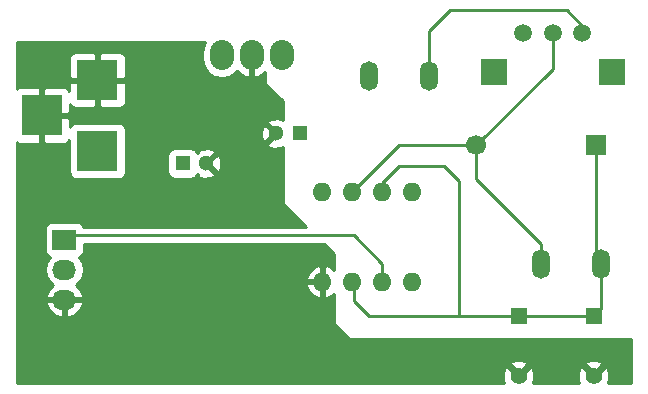
<source format=gbl>
G04 #@! TF.FileFunction,Copper,L2,Bot,Signal*
%FSLAX46Y46*%
G04 Gerber Fmt 4.6, Leading zero omitted, Abs format (unit mm)*
G04 Created by KiCad (PCBNEW 4.0.1-2.fc23-product) date Thu 03 Mar 2016 02:56:58 PM EST*
%MOMM*%
G01*
G04 APERTURE LIST*
%ADD10C,0.100000*%
%ADD11O,1.600000X1.600000*%
%ADD12R,3.500120X3.500120*%
%ADD13C,1.699260*%
%ADD14R,1.699260X1.699260*%
%ADD15R,2.032000X1.727200*%
%ADD16O,2.032000X1.727200*%
%ADD17C,1.500000*%
%ADD18R,2.200000X2.200000*%
%ADD19O,1.501140X2.499360*%
%ADD20R,1.400000X1.400000*%
%ADD21C,1.400000*%
%ADD22R,1.300000X1.300000*%
%ADD23C,1.300000*%
%ADD24O,2.032000X2.540000*%
%ADD25C,0.250000*%
%ADD26C,0.254000*%
G04 APERTURE END LIST*
D10*
D11*
X154851100Y-112623600D03*
X157391100Y-112623600D03*
X159931100Y-112623600D03*
X162471100Y-112623600D03*
X162471100Y-105003600D03*
X159931100Y-105003600D03*
X157391100Y-105003600D03*
X154851100Y-105003600D03*
D12*
X135801100Y-101551740D03*
X135801100Y-95552260D03*
X131102100Y-98552000D03*
D13*
X167868080Y-101056440D03*
D14*
X178028080Y-101056440D03*
D15*
X133007100Y-109067600D03*
D16*
X133007100Y-111607600D03*
X133007100Y-114147600D03*
D17*
X176832900Y-91594400D03*
X174332900Y-91594400D03*
X171832900Y-91594400D03*
D18*
X169332900Y-94894400D03*
X179332900Y-94894400D03*
D19*
X158750000Y-95250000D03*
X163830000Y-95250000D03*
X173355000Y-111125000D03*
X178435000Y-111125000D03*
D20*
X171450000Y-115570000D03*
D21*
X171450000Y-120570000D03*
D20*
X177800000Y-115570000D03*
D21*
X177800000Y-120570000D03*
D22*
X143002000Y-102616000D03*
D23*
X145002000Y-102616000D03*
D22*
X152908000Y-100076000D03*
D23*
X150908000Y-100076000D03*
D24*
X148844000Y-93472000D03*
X151384000Y-93472000D03*
X146304000Y-93472000D03*
D25*
X159931100Y-105003600D02*
X159931100Y-104228900D01*
X159931100Y-104228900D02*
X161290000Y-102870000D01*
X161290000Y-102870000D02*
X165100000Y-102870000D01*
X165100000Y-102870000D02*
X166370000Y-104140000D01*
X166370000Y-104140000D02*
X166370000Y-115570000D01*
X171450000Y-115570000D02*
X166370000Y-115570000D01*
X166370000Y-115570000D02*
X158750000Y-115570000D01*
X157480000Y-114300000D02*
X157480000Y-112712500D01*
X158750000Y-115570000D02*
X157480000Y-114300000D01*
X157480000Y-112712500D02*
X157391100Y-112623600D01*
X177800000Y-115570000D02*
X171450000Y-115570000D01*
X178435000Y-111125000D02*
X178435000Y-114935000D01*
X178435000Y-114935000D02*
X177800000Y-115570000D01*
X178028080Y-101056440D02*
X178028080Y-110718080D01*
X178028080Y-110718080D02*
X178435000Y-111125000D01*
X171410000Y-120650000D02*
X171450000Y-120610000D01*
X136001760Y-95351600D02*
X136001760Y-97050860D01*
X154851100Y-112623600D02*
X154533600Y-112623600D01*
X155346400Y-105003600D02*
X154851100Y-105003600D01*
X158343600Y-94843600D02*
X158750000Y-95250000D01*
X174332900Y-91594400D02*
X174332900Y-94591620D01*
X174332900Y-94591620D02*
X167868080Y-101056440D01*
X168183560Y-101056440D02*
X167868080Y-101056440D01*
X167868080Y-101056440D02*
X167868080Y-103911920D01*
X173355000Y-109398840D02*
X173355000Y-111125000D01*
X167868080Y-103911920D02*
X173355000Y-109398840D01*
X167868080Y-101056440D02*
X161338260Y-101056440D01*
X161338260Y-101056440D02*
X157391100Y-105003600D01*
X176832900Y-91594400D02*
X176832900Y-90980900D01*
X176832900Y-90980900D02*
X175514000Y-89662000D01*
X175514000Y-89662000D02*
X165608000Y-89662000D01*
X165608000Y-89662000D02*
X163830000Y-91440000D01*
X163830000Y-91440000D02*
X163830000Y-95250000D01*
X163933600Y-95146400D02*
X163830000Y-95250000D01*
X159931100Y-112623600D02*
X159931100Y-111163100D01*
X157480000Y-108712000D02*
X133362700Y-108712000D01*
X159931100Y-111163100D02*
X157480000Y-108712000D01*
X133362700Y-108712000D02*
X133007100Y-109067600D01*
X133007100Y-109067600D02*
X133502400Y-109067600D01*
D26*
G36*
X144778675Y-92548869D02*
X144653000Y-93180679D01*
X144653000Y-93763321D01*
X144778675Y-94395131D01*
X145136567Y-94930754D01*
X145672190Y-95288646D01*
X146304000Y-95414321D01*
X146935810Y-95288646D01*
X147471433Y-94930754D01*
X147588054Y-94756219D01*
X147766370Y-94983236D01*
X148329523Y-95299926D01*
X148461056Y-95331975D01*
X148717000Y-95212836D01*
X148717000Y-93599000D01*
X148697000Y-93599000D01*
X148697000Y-93345000D01*
X148717000Y-93345000D01*
X148717000Y-93325000D01*
X148971000Y-93325000D01*
X148971000Y-93345000D01*
X148991000Y-93345000D01*
X148991000Y-93599000D01*
X148971000Y-93599000D01*
X148971000Y-95212836D01*
X149226944Y-95331975D01*
X149358477Y-95299926D01*
X149921630Y-94983236D01*
X149987000Y-94900012D01*
X149987000Y-95758000D01*
X149997006Y-95807410D01*
X150024197Y-95847803D01*
X151511000Y-97334606D01*
X151511000Y-98925256D01*
X151088922Y-98778378D01*
X150578572Y-98807917D01*
X150244271Y-98946389D01*
X150188590Y-99176984D01*
X150908000Y-99896395D01*
X150922142Y-99882252D01*
X151101748Y-100061858D01*
X151087605Y-100076000D01*
X151101748Y-100090142D01*
X150922142Y-100269748D01*
X150908000Y-100255605D01*
X150188590Y-100975016D01*
X150244271Y-101205611D01*
X150727078Y-101373622D01*
X151237428Y-101344083D01*
X151511000Y-101230766D01*
X151511000Y-105918000D01*
X151521006Y-105967410D01*
X151548197Y-106007803D01*
X153492394Y-107952000D01*
X134615527Y-107952000D01*
X134487190Y-107752559D01*
X134274990Y-107607569D01*
X134023100Y-107556560D01*
X131991100Y-107556560D01*
X131755783Y-107600838D01*
X131539659Y-107739910D01*
X131394669Y-107952110D01*
X131343660Y-108204000D01*
X131343660Y-109931200D01*
X131387938Y-110166517D01*
X131527010Y-110382641D01*
X131739210Y-110527631D01*
X131780539Y-110536000D01*
X131762685Y-110547930D01*
X131437829Y-111034111D01*
X131323755Y-111607600D01*
X131437829Y-112181089D01*
X131762685Y-112667270D01*
X132072169Y-112874061D01*
X131656368Y-113245564D01*
X131402391Y-113772809D01*
X131399742Y-113788574D01*
X131520883Y-114020600D01*
X132880100Y-114020600D01*
X132880100Y-114000600D01*
X133134100Y-114000600D01*
X133134100Y-114020600D01*
X134493317Y-114020600D01*
X134614458Y-113788574D01*
X134611809Y-113772809D01*
X134357832Y-113245564D01*
X134052366Y-112972641D01*
X153459186Y-112972641D01*
X153698711Y-113478734D01*
X154113677Y-113854641D01*
X154502061Y-114015504D01*
X154724100Y-113893515D01*
X154724100Y-112750600D01*
X153580471Y-112750600D01*
X153459186Y-112972641D01*
X134052366Y-112972641D01*
X133942031Y-112874061D01*
X134251515Y-112667270D01*
X134513916Y-112274559D01*
X153459186Y-112274559D01*
X153580471Y-112496600D01*
X154724100Y-112496600D01*
X154724100Y-111353685D01*
X154502061Y-111231696D01*
X154113677Y-111392559D01*
X153698711Y-111768466D01*
X153459186Y-112274559D01*
X134513916Y-112274559D01*
X134576371Y-112181089D01*
X134690445Y-111607600D01*
X134576371Y-111034111D01*
X134251515Y-110547930D01*
X134237187Y-110538357D01*
X134258417Y-110534362D01*
X134474541Y-110395290D01*
X134619531Y-110183090D01*
X134670540Y-109931200D01*
X134670540Y-109472000D01*
X155012394Y-109472000D01*
X155829000Y-110288606D01*
X155829000Y-111610401D01*
X155588523Y-111392559D01*
X155200139Y-111231696D01*
X154978100Y-111353685D01*
X154978100Y-112496600D01*
X154998100Y-112496600D01*
X154998100Y-112750600D01*
X154978100Y-112750600D01*
X154978100Y-113893515D01*
X155200139Y-114015504D01*
X155588523Y-113854641D01*
X155829000Y-113636799D01*
X155829000Y-116078000D01*
X155839006Y-116127410D01*
X155866197Y-116167803D01*
X157136197Y-117437803D01*
X157178211Y-117465666D01*
X157226000Y-117475000D01*
X180975000Y-117475000D01*
X180975000Y-121210000D01*
X178989995Y-121210000D01*
X179147419Y-120762878D01*
X179118664Y-120232560D01*
X178971042Y-119876169D01*
X178735275Y-119814331D01*
X177979605Y-120570000D01*
X177993748Y-120584142D01*
X177814142Y-120763748D01*
X177800000Y-120749605D01*
X177785858Y-120763748D01*
X177606252Y-120584142D01*
X177620395Y-120570000D01*
X176864725Y-119814331D01*
X176628958Y-119876169D01*
X176452581Y-120377122D01*
X176481336Y-120907440D01*
X176606660Y-121210000D01*
X172639995Y-121210000D01*
X172797419Y-120762878D01*
X172768664Y-120232560D01*
X172621042Y-119876169D01*
X172385275Y-119814331D01*
X171629605Y-120570000D01*
X171643748Y-120584142D01*
X171464142Y-120763748D01*
X171450000Y-120749605D01*
X171435858Y-120763748D01*
X171256252Y-120584142D01*
X171270395Y-120570000D01*
X170514725Y-119814331D01*
X170278958Y-119876169D01*
X170102581Y-120377122D01*
X170131336Y-120907440D01*
X170256660Y-121210000D01*
X128980000Y-121210000D01*
X128980000Y-119634725D01*
X170694331Y-119634725D01*
X171450000Y-120390395D01*
X172205669Y-119634725D01*
X177044331Y-119634725D01*
X177800000Y-120390395D01*
X178555669Y-119634725D01*
X178493831Y-119398958D01*
X177992878Y-119222581D01*
X177462560Y-119251336D01*
X177106169Y-119398958D01*
X177044331Y-119634725D01*
X172205669Y-119634725D01*
X172143831Y-119398958D01*
X171642878Y-119222581D01*
X171112560Y-119251336D01*
X170756169Y-119398958D01*
X170694331Y-119634725D01*
X128980000Y-119634725D01*
X128980000Y-114506626D01*
X131399742Y-114506626D01*
X131402391Y-114522391D01*
X131656368Y-115049636D01*
X132092780Y-115439554D01*
X132645187Y-115632784D01*
X132880100Y-115488524D01*
X132880100Y-114274600D01*
X133134100Y-114274600D01*
X133134100Y-115488524D01*
X133369013Y-115632784D01*
X133921420Y-115439554D01*
X134357832Y-115049636D01*
X134611809Y-114522391D01*
X134614458Y-114506626D01*
X134493317Y-114274600D01*
X133134100Y-114274600D01*
X132880100Y-114274600D01*
X131520883Y-114274600D01*
X131399742Y-114506626D01*
X128980000Y-114506626D01*
X128980000Y-100828046D01*
X128992341Y-100840387D01*
X129225730Y-100937060D01*
X130816350Y-100937060D01*
X130975100Y-100778310D01*
X130975100Y-98679000D01*
X131229100Y-98679000D01*
X131229100Y-100778310D01*
X131387850Y-100937060D01*
X132978470Y-100937060D01*
X133211859Y-100840387D01*
X133390487Y-100661758D01*
X133403600Y-100630100D01*
X133403600Y-103301800D01*
X133447878Y-103537117D01*
X133586950Y-103753241D01*
X133799150Y-103898231D01*
X134051040Y-103949240D01*
X137551160Y-103949240D01*
X137786477Y-103904962D01*
X138002601Y-103765890D01*
X138147591Y-103553690D01*
X138198600Y-103301800D01*
X138198600Y-101966000D01*
X141704560Y-101966000D01*
X141704560Y-103266000D01*
X141748838Y-103501317D01*
X141887910Y-103717441D01*
X142100110Y-103862431D01*
X142352000Y-103913440D01*
X143652000Y-103913440D01*
X143887317Y-103869162D01*
X144103441Y-103730090D01*
X144180937Y-103616671D01*
X144282590Y-103515018D01*
X144338271Y-103745611D01*
X144821078Y-103913622D01*
X145331428Y-103884083D01*
X145665729Y-103745611D01*
X145721410Y-103515016D01*
X145002000Y-102795605D01*
X144987858Y-102809748D01*
X144808252Y-102630142D01*
X144822395Y-102616000D01*
X145181605Y-102616000D01*
X145901016Y-103335410D01*
X146131611Y-103279729D01*
X146299622Y-102796922D01*
X146270083Y-102286572D01*
X146131611Y-101952271D01*
X145901016Y-101896590D01*
X145181605Y-102616000D01*
X144822395Y-102616000D01*
X144808252Y-102601858D01*
X144987858Y-102422252D01*
X145002000Y-102436395D01*
X145721410Y-101716984D01*
X145665729Y-101486389D01*
X145182922Y-101318378D01*
X144672572Y-101347917D01*
X144338271Y-101486389D01*
X144282590Y-101716982D01*
X144180928Y-101615320D01*
X144116090Y-101514559D01*
X143903890Y-101369569D01*
X143652000Y-101318560D01*
X142352000Y-101318560D01*
X142116683Y-101362838D01*
X141900559Y-101501910D01*
X141755569Y-101714110D01*
X141704560Y-101966000D01*
X138198600Y-101966000D01*
X138198600Y-99895078D01*
X149610378Y-99895078D01*
X149639917Y-100405428D01*
X149778389Y-100739729D01*
X150008984Y-100795410D01*
X150728395Y-100076000D01*
X150008984Y-99356590D01*
X149778389Y-99412271D01*
X149610378Y-99895078D01*
X138198600Y-99895078D01*
X138198600Y-99801680D01*
X138154322Y-99566363D01*
X138015250Y-99350239D01*
X137803050Y-99205249D01*
X137551160Y-99154240D01*
X134051040Y-99154240D01*
X133815723Y-99198518D01*
X133599599Y-99337590D01*
X133487160Y-99502150D01*
X133487160Y-98837750D01*
X133328410Y-98679000D01*
X131229100Y-98679000D01*
X130975100Y-98679000D01*
X130955100Y-98679000D01*
X130955100Y-98425000D01*
X130975100Y-98425000D01*
X130975100Y-96325690D01*
X131229100Y-96325690D01*
X131229100Y-98425000D01*
X133328410Y-98425000D01*
X133487160Y-98266250D01*
X133487160Y-97600328D01*
X133512713Y-97662018D01*
X133691341Y-97840647D01*
X133924730Y-97937320D01*
X135515350Y-97937320D01*
X135674100Y-97778570D01*
X135674100Y-95679260D01*
X135928100Y-95679260D01*
X135928100Y-97778570D01*
X136086850Y-97937320D01*
X137677470Y-97937320D01*
X137910859Y-97840647D01*
X138089487Y-97662018D01*
X138186160Y-97428629D01*
X138186160Y-95838010D01*
X138027410Y-95679260D01*
X135928100Y-95679260D01*
X135674100Y-95679260D01*
X133574790Y-95679260D01*
X133416040Y-95838010D01*
X133416040Y-96503932D01*
X133390487Y-96442242D01*
X133211859Y-96263613D01*
X132978470Y-96166940D01*
X131387850Y-96166940D01*
X131229100Y-96325690D01*
X130975100Y-96325690D01*
X130816350Y-96166940D01*
X129225730Y-96166940D01*
X128992341Y-96263613D01*
X128980000Y-96275954D01*
X128980000Y-93675891D01*
X133416040Y-93675891D01*
X133416040Y-95266510D01*
X133574790Y-95425260D01*
X135674100Y-95425260D01*
X135674100Y-93325950D01*
X135928100Y-93325950D01*
X135928100Y-95425260D01*
X138027410Y-95425260D01*
X138186160Y-95266510D01*
X138186160Y-93675891D01*
X138089487Y-93442502D01*
X137910859Y-93263873D01*
X137677470Y-93167200D01*
X136086850Y-93167200D01*
X135928100Y-93325950D01*
X135674100Y-93325950D01*
X135515350Y-93167200D01*
X133924730Y-93167200D01*
X133691341Y-93263873D01*
X133512713Y-93442502D01*
X133416040Y-93675891D01*
X128980000Y-93675891D01*
X128980000Y-92329000D01*
X144925587Y-92329000D01*
X144778675Y-92548869D01*
X144778675Y-92548869D01*
G37*
X144778675Y-92548869D02*
X144653000Y-93180679D01*
X144653000Y-93763321D01*
X144778675Y-94395131D01*
X145136567Y-94930754D01*
X145672190Y-95288646D01*
X146304000Y-95414321D01*
X146935810Y-95288646D01*
X147471433Y-94930754D01*
X147588054Y-94756219D01*
X147766370Y-94983236D01*
X148329523Y-95299926D01*
X148461056Y-95331975D01*
X148717000Y-95212836D01*
X148717000Y-93599000D01*
X148697000Y-93599000D01*
X148697000Y-93345000D01*
X148717000Y-93345000D01*
X148717000Y-93325000D01*
X148971000Y-93325000D01*
X148971000Y-93345000D01*
X148991000Y-93345000D01*
X148991000Y-93599000D01*
X148971000Y-93599000D01*
X148971000Y-95212836D01*
X149226944Y-95331975D01*
X149358477Y-95299926D01*
X149921630Y-94983236D01*
X149987000Y-94900012D01*
X149987000Y-95758000D01*
X149997006Y-95807410D01*
X150024197Y-95847803D01*
X151511000Y-97334606D01*
X151511000Y-98925256D01*
X151088922Y-98778378D01*
X150578572Y-98807917D01*
X150244271Y-98946389D01*
X150188590Y-99176984D01*
X150908000Y-99896395D01*
X150922142Y-99882252D01*
X151101748Y-100061858D01*
X151087605Y-100076000D01*
X151101748Y-100090142D01*
X150922142Y-100269748D01*
X150908000Y-100255605D01*
X150188590Y-100975016D01*
X150244271Y-101205611D01*
X150727078Y-101373622D01*
X151237428Y-101344083D01*
X151511000Y-101230766D01*
X151511000Y-105918000D01*
X151521006Y-105967410D01*
X151548197Y-106007803D01*
X153492394Y-107952000D01*
X134615527Y-107952000D01*
X134487190Y-107752559D01*
X134274990Y-107607569D01*
X134023100Y-107556560D01*
X131991100Y-107556560D01*
X131755783Y-107600838D01*
X131539659Y-107739910D01*
X131394669Y-107952110D01*
X131343660Y-108204000D01*
X131343660Y-109931200D01*
X131387938Y-110166517D01*
X131527010Y-110382641D01*
X131739210Y-110527631D01*
X131780539Y-110536000D01*
X131762685Y-110547930D01*
X131437829Y-111034111D01*
X131323755Y-111607600D01*
X131437829Y-112181089D01*
X131762685Y-112667270D01*
X132072169Y-112874061D01*
X131656368Y-113245564D01*
X131402391Y-113772809D01*
X131399742Y-113788574D01*
X131520883Y-114020600D01*
X132880100Y-114020600D01*
X132880100Y-114000600D01*
X133134100Y-114000600D01*
X133134100Y-114020600D01*
X134493317Y-114020600D01*
X134614458Y-113788574D01*
X134611809Y-113772809D01*
X134357832Y-113245564D01*
X134052366Y-112972641D01*
X153459186Y-112972641D01*
X153698711Y-113478734D01*
X154113677Y-113854641D01*
X154502061Y-114015504D01*
X154724100Y-113893515D01*
X154724100Y-112750600D01*
X153580471Y-112750600D01*
X153459186Y-112972641D01*
X134052366Y-112972641D01*
X133942031Y-112874061D01*
X134251515Y-112667270D01*
X134513916Y-112274559D01*
X153459186Y-112274559D01*
X153580471Y-112496600D01*
X154724100Y-112496600D01*
X154724100Y-111353685D01*
X154502061Y-111231696D01*
X154113677Y-111392559D01*
X153698711Y-111768466D01*
X153459186Y-112274559D01*
X134513916Y-112274559D01*
X134576371Y-112181089D01*
X134690445Y-111607600D01*
X134576371Y-111034111D01*
X134251515Y-110547930D01*
X134237187Y-110538357D01*
X134258417Y-110534362D01*
X134474541Y-110395290D01*
X134619531Y-110183090D01*
X134670540Y-109931200D01*
X134670540Y-109472000D01*
X155012394Y-109472000D01*
X155829000Y-110288606D01*
X155829000Y-111610401D01*
X155588523Y-111392559D01*
X155200139Y-111231696D01*
X154978100Y-111353685D01*
X154978100Y-112496600D01*
X154998100Y-112496600D01*
X154998100Y-112750600D01*
X154978100Y-112750600D01*
X154978100Y-113893515D01*
X155200139Y-114015504D01*
X155588523Y-113854641D01*
X155829000Y-113636799D01*
X155829000Y-116078000D01*
X155839006Y-116127410D01*
X155866197Y-116167803D01*
X157136197Y-117437803D01*
X157178211Y-117465666D01*
X157226000Y-117475000D01*
X180975000Y-117475000D01*
X180975000Y-121210000D01*
X178989995Y-121210000D01*
X179147419Y-120762878D01*
X179118664Y-120232560D01*
X178971042Y-119876169D01*
X178735275Y-119814331D01*
X177979605Y-120570000D01*
X177993748Y-120584142D01*
X177814142Y-120763748D01*
X177800000Y-120749605D01*
X177785858Y-120763748D01*
X177606252Y-120584142D01*
X177620395Y-120570000D01*
X176864725Y-119814331D01*
X176628958Y-119876169D01*
X176452581Y-120377122D01*
X176481336Y-120907440D01*
X176606660Y-121210000D01*
X172639995Y-121210000D01*
X172797419Y-120762878D01*
X172768664Y-120232560D01*
X172621042Y-119876169D01*
X172385275Y-119814331D01*
X171629605Y-120570000D01*
X171643748Y-120584142D01*
X171464142Y-120763748D01*
X171450000Y-120749605D01*
X171435858Y-120763748D01*
X171256252Y-120584142D01*
X171270395Y-120570000D01*
X170514725Y-119814331D01*
X170278958Y-119876169D01*
X170102581Y-120377122D01*
X170131336Y-120907440D01*
X170256660Y-121210000D01*
X128980000Y-121210000D01*
X128980000Y-119634725D01*
X170694331Y-119634725D01*
X171450000Y-120390395D01*
X172205669Y-119634725D01*
X177044331Y-119634725D01*
X177800000Y-120390395D01*
X178555669Y-119634725D01*
X178493831Y-119398958D01*
X177992878Y-119222581D01*
X177462560Y-119251336D01*
X177106169Y-119398958D01*
X177044331Y-119634725D01*
X172205669Y-119634725D01*
X172143831Y-119398958D01*
X171642878Y-119222581D01*
X171112560Y-119251336D01*
X170756169Y-119398958D01*
X170694331Y-119634725D01*
X128980000Y-119634725D01*
X128980000Y-114506626D01*
X131399742Y-114506626D01*
X131402391Y-114522391D01*
X131656368Y-115049636D01*
X132092780Y-115439554D01*
X132645187Y-115632784D01*
X132880100Y-115488524D01*
X132880100Y-114274600D01*
X133134100Y-114274600D01*
X133134100Y-115488524D01*
X133369013Y-115632784D01*
X133921420Y-115439554D01*
X134357832Y-115049636D01*
X134611809Y-114522391D01*
X134614458Y-114506626D01*
X134493317Y-114274600D01*
X133134100Y-114274600D01*
X132880100Y-114274600D01*
X131520883Y-114274600D01*
X131399742Y-114506626D01*
X128980000Y-114506626D01*
X128980000Y-100828046D01*
X128992341Y-100840387D01*
X129225730Y-100937060D01*
X130816350Y-100937060D01*
X130975100Y-100778310D01*
X130975100Y-98679000D01*
X131229100Y-98679000D01*
X131229100Y-100778310D01*
X131387850Y-100937060D01*
X132978470Y-100937060D01*
X133211859Y-100840387D01*
X133390487Y-100661758D01*
X133403600Y-100630100D01*
X133403600Y-103301800D01*
X133447878Y-103537117D01*
X133586950Y-103753241D01*
X133799150Y-103898231D01*
X134051040Y-103949240D01*
X137551160Y-103949240D01*
X137786477Y-103904962D01*
X138002601Y-103765890D01*
X138147591Y-103553690D01*
X138198600Y-103301800D01*
X138198600Y-101966000D01*
X141704560Y-101966000D01*
X141704560Y-103266000D01*
X141748838Y-103501317D01*
X141887910Y-103717441D01*
X142100110Y-103862431D01*
X142352000Y-103913440D01*
X143652000Y-103913440D01*
X143887317Y-103869162D01*
X144103441Y-103730090D01*
X144180937Y-103616671D01*
X144282590Y-103515018D01*
X144338271Y-103745611D01*
X144821078Y-103913622D01*
X145331428Y-103884083D01*
X145665729Y-103745611D01*
X145721410Y-103515016D01*
X145002000Y-102795605D01*
X144987858Y-102809748D01*
X144808252Y-102630142D01*
X144822395Y-102616000D01*
X145181605Y-102616000D01*
X145901016Y-103335410D01*
X146131611Y-103279729D01*
X146299622Y-102796922D01*
X146270083Y-102286572D01*
X146131611Y-101952271D01*
X145901016Y-101896590D01*
X145181605Y-102616000D01*
X144822395Y-102616000D01*
X144808252Y-102601858D01*
X144987858Y-102422252D01*
X145002000Y-102436395D01*
X145721410Y-101716984D01*
X145665729Y-101486389D01*
X145182922Y-101318378D01*
X144672572Y-101347917D01*
X144338271Y-101486389D01*
X144282590Y-101716982D01*
X144180928Y-101615320D01*
X144116090Y-101514559D01*
X143903890Y-101369569D01*
X143652000Y-101318560D01*
X142352000Y-101318560D01*
X142116683Y-101362838D01*
X141900559Y-101501910D01*
X141755569Y-101714110D01*
X141704560Y-101966000D01*
X138198600Y-101966000D01*
X138198600Y-99895078D01*
X149610378Y-99895078D01*
X149639917Y-100405428D01*
X149778389Y-100739729D01*
X150008984Y-100795410D01*
X150728395Y-100076000D01*
X150008984Y-99356590D01*
X149778389Y-99412271D01*
X149610378Y-99895078D01*
X138198600Y-99895078D01*
X138198600Y-99801680D01*
X138154322Y-99566363D01*
X138015250Y-99350239D01*
X137803050Y-99205249D01*
X137551160Y-99154240D01*
X134051040Y-99154240D01*
X133815723Y-99198518D01*
X133599599Y-99337590D01*
X133487160Y-99502150D01*
X133487160Y-98837750D01*
X133328410Y-98679000D01*
X131229100Y-98679000D01*
X130975100Y-98679000D01*
X130955100Y-98679000D01*
X130955100Y-98425000D01*
X130975100Y-98425000D01*
X130975100Y-96325690D01*
X131229100Y-96325690D01*
X131229100Y-98425000D01*
X133328410Y-98425000D01*
X133487160Y-98266250D01*
X133487160Y-97600328D01*
X133512713Y-97662018D01*
X133691341Y-97840647D01*
X133924730Y-97937320D01*
X135515350Y-97937320D01*
X135674100Y-97778570D01*
X135674100Y-95679260D01*
X135928100Y-95679260D01*
X135928100Y-97778570D01*
X136086850Y-97937320D01*
X137677470Y-97937320D01*
X137910859Y-97840647D01*
X138089487Y-97662018D01*
X138186160Y-97428629D01*
X138186160Y-95838010D01*
X138027410Y-95679260D01*
X135928100Y-95679260D01*
X135674100Y-95679260D01*
X133574790Y-95679260D01*
X133416040Y-95838010D01*
X133416040Y-96503932D01*
X133390487Y-96442242D01*
X133211859Y-96263613D01*
X132978470Y-96166940D01*
X131387850Y-96166940D01*
X131229100Y-96325690D01*
X130975100Y-96325690D01*
X130816350Y-96166940D01*
X129225730Y-96166940D01*
X128992341Y-96263613D01*
X128980000Y-96275954D01*
X128980000Y-93675891D01*
X133416040Y-93675891D01*
X133416040Y-95266510D01*
X133574790Y-95425260D01*
X135674100Y-95425260D01*
X135674100Y-93325950D01*
X135928100Y-93325950D01*
X135928100Y-95425260D01*
X138027410Y-95425260D01*
X138186160Y-95266510D01*
X138186160Y-93675891D01*
X138089487Y-93442502D01*
X137910859Y-93263873D01*
X137677470Y-93167200D01*
X136086850Y-93167200D01*
X135928100Y-93325950D01*
X135674100Y-93325950D01*
X135515350Y-93167200D01*
X133924730Y-93167200D01*
X133691341Y-93263873D01*
X133512713Y-93442502D01*
X133416040Y-93675891D01*
X128980000Y-93675891D01*
X128980000Y-92329000D01*
X144925587Y-92329000D01*
X144778675Y-92548869D01*
M02*

</source>
